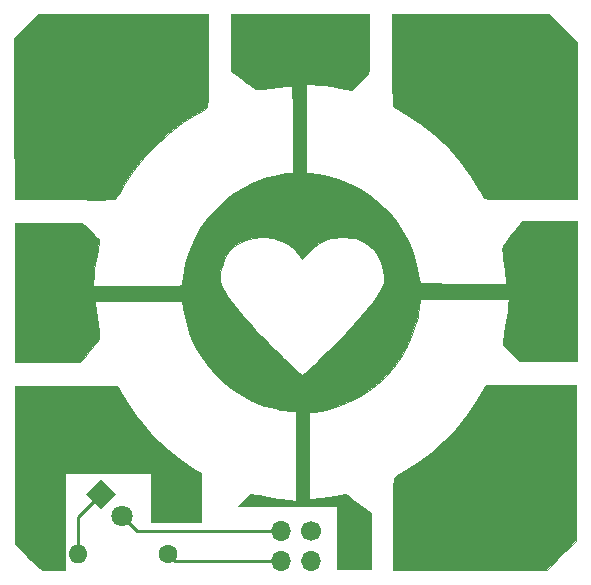
<source format=gbr>
G04 #@! TF.FileFunction,Copper,L1,Top,Signal*
%FSLAX46Y46*%
G04 Gerber Fmt 4.6, Leading zero omitted, Abs format (unit mm)*
G04 Created by KiCad (PCBNEW 4.0.7) date Monday, October 29, 2018 'AMt' 12:55:44 AM*
%MOMM*%
%LPD*%
G01*
G04 APERTURE LIST*
%ADD10C,0.100000*%
%ADD11C,0.010000*%
%ADD12C,1.800000*%
%ADD13C,1.600000*%
%ADD14O,1.600000X1.600000*%
%ADD15C,1.700000*%
%ADD16O,1.700000X1.700000*%
%ADD17C,0.250000*%
G04 APERTURE END LIST*
D10*
D11*
G36*
X145001300Y-136350375D02*
X145068457Y-136454426D01*
X145185737Y-136644500D01*
X145338873Y-136897152D01*
X145513594Y-137188938D01*
X145591639Y-137320315D01*
X146089534Y-138114714D01*
X146609670Y-138847970D01*
X147177690Y-139552742D01*
X147819233Y-140261689D01*
X148236237Y-140688776D01*
X149123078Y-141528033D01*
X150001177Y-142260595D01*
X150891464Y-142903252D01*
X151407295Y-143232659D01*
X152017863Y-143605250D01*
X152018431Y-145684875D01*
X152019000Y-147764500D01*
X147764500Y-147764500D01*
X147764500Y-143637000D01*
X140525500Y-143637000D01*
X140525500Y-151828500D01*
X139588875Y-151826014D01*
X139132184Y-151818971D01*
X138793555Y-151800154D01*
X138564538Y-151768902D01*
X138461750Y-151737872D01*
X138362239Y-151668495D01*
X138190290Y-151522234D01*
X137961647Y-151313601D01*
X137692054Y-151057106D01*
X137397254Y-150767260D01*
X137271125Y-150640501D01*
X136271000Y-149628788D01*
X136271000Y-136207500D01*
X144901071Y-136207500D01*
X145001300Y-136350375D01*
X145001300Y-136350375D01*
G37*
X145001300Y-136350375D02*
X145068457Y-136454426D01*
X145185737Y-136644500D01*
X145338873Y-136897152D01*
X145513594Y-137188938D01*
X145591639Y-137320315D01*
X146089534Y-138114714D01*
X146609670Y-138847970D01*
X147177690Y-139552742D01*
X147819233Y-140261689D01*
X148236237Y-140688776D01*
X149123078Y-141528033D01*
X150001177Y-142260595D01*
X150891464Y-142903252D01*
X151407295Y-143232659D01*
X152017863Y-143605250D01*
X152018431Y-145684875D01*
X152019000Y-147764500D01*
X147764500Y-147764500D01*
X147764500Y-143637000D01*
X140525500Y-143637000D01*
X140525500Y-151828500D01*
X139588875Y-151826014D01*
X139132184Y-151818971D01*
X138793555Y-151800154D01*
X138564538Y-151768902D01*
X138461750Y-151737872D01*
X138362239Y-151668495D01*
X138190290Y-151522234D01*
X137961647Y-151313601D01*
X137692054Y-151057106D01*
X137397254Y-150767260D01*
X137271125Y-150640501D01*
X136271000Y-149628788D01*
X136271000Y-136207500D01*
X144901071Y-136207500D01*
X145001300Y-136350375D01*
G36*
X183769000Y-149313012D02*
X182516965Y-150570756D01*
X181264931Y-151828500D01*
X168275000Y-151828500D01*
X168275000Y-148022633D01*
X168275953Y-147310260D01*
X168278707Y-146640808D01*
X168283105Y-146025044D01*
X168288988Y-145473736D01*
X168296200Y-144997651D01*
X168304581Y-144607556D01*
X168313974Y-144314219D01*
X168324221Y-144128406D01*
X168333024Y-144064150D01*
X168428404Y-143945639D01*
X168637064Y-143786822D01*
X168953357Y-143591946D01*
X168983899Y-143574494D01*
X170272778Y-142772955D01*
X171469386Y-141885496D01*
X172576413Y-140909438D01*
X173596546Y-139842099D01*
X174532472Y-138680800D01*
X175386881Y-137422861D01*
X175735125Y-136842500D01*
X176120321Y-136175750D01*
X179944660Y-136159379D01*
X183769000Y-136143008D01*
X183769000Y-149313012D01*
X183769000Y-149313012D01*
G37*
X183769000Y-149313012D02*
X182516965Y-150570756D01*
X181264931Y-151828500D01*
X168275000Y-151828500D01*
X168275000Y-148022633D01*
X168275953Y-147310260D01*
X168278707Y-146640808D01*
X168283105Y-146025044D01*
X168288988Y-145473736D01*
X168296200Y-144997651D01*
X168304581Y-144607556D01*
X168313974Y-144314219D01*
X168324221Y-144128406D01*
X168333024Y-144064150D01*
X168428404Y-143945639D01*
X168637064Y-143786822D01*
X168953357Y-143591946D01*
X168983899Y-143574494D01*
X170272778Y-142772955D01*
X171469386Y-141885496D01*
X172576413Y-140909438D01*
X173596546Y-139842099D01*
X174532472Y-138680800D01*
X175386881Y-137422861D01*
X175735125Y-136842500D01*
X176120321Y-136175750D01*
X179944660Y-136159379D01*
X183769000Y-136143008D01*
X183769000Y-149313012D01*
G36*
X166243000Y-107159403D02*
X166242238Y-107805732D01*
X166239685Y-108336706D01*
X166234938Y-108763963D01*
X166227593Y-109099143D01*
X166217247Y-109353882D01*
X166203496Y-109539818D01*
X166185938Y-109668590D01*
X166164169Y-109751836D01*
X166152245Y-109778778D01*
X166074622Y-109885558D01*
X165925176Y-110058616D01*
X165723623Y-110276198D01*
X165489679Y-110516551D01*
X165425594Y-110580472D01*
X164789698Y-111210695D01*
X163754224Y-111009406D01*
X163019492Y-110874078D01*
X162394658Y-110775571D01*
X161868532Y-110712400D01*
X161429928Y-110683081D01*
X161275790Y-110680500D01*
X160909000Y-110680500D01*
X160909000Y-118164361D01*
X161274125Y-118204545D01*
X162454621Y-118392599D01*
X163570471Y-118689682D01*
X164621206Y-119095559D01*
X165606359Y-119609997D01*
X166525462Y-120232761D01*
X167378048Y-120963617D01*
X167935491Y-121539919D01*
X168592265Y-122338911D01*
X169141535Y-123158335D01*
X169592047Y-124016696D01*
X169952546Y-124932497D01*
X170231776Y-125924241D01*
X170396012Y-126746000D01*
X170530425Y-127539750D01*
X174196962Y-127556140D01*
X177863500Y-127572531D01*
X177861499Y-127397390D01*
X177852458Y-127283300D01*
X177828355Y-127065072D01*
X177791836Y-126764326D01*
X177745550Y-126402684D01*
X177692145Y-126001768D01*
X177676733Y-125888750D01*
X177616423Y-125444148D01*
X177573142Y-125106930D01*
X177545968Y-124858758D01*
X177533978Y-124681289D01*
X177536251Y-124556185D01*
X177551864Y-124465105D01*
X177579895Y-124389709D01*
X177599359Y-124350056D01*
X177673872Y-124231270D01*
X177810910Y-124036063D01*
X177993325Y-123786913D01*
X178203972Y-123506300D01*
X178425702Y-123216702D01*
X178641370Y-122940601D01*
X178833829Y-122700474D01*
X178985932Y-122518801D01*
X179051238Y-122446637D01*
X179191227Y-122301000D01*
X183832500Y-122301000D01*
X183832500Y-134112000D01*
X178924588Y-134112000D01*
X178264631Y-133462567D01*
X178026106Y-133220595D01*
X177820724Y-132998565D01*
X177666022Y-132816480D01*
X177579535Y-132694339D01*
X177568351Y-132668411D01*
X177568256Y-132563949D01*
X177588949Y-132355823D01*
X177627566Y-132065147D01*
X177681244Y-131713037D01*
X177747120Y-131320605D01*
X177764257Y-131223721D01*
X177838654Y-130790845D01*
X177907228Y-130361266D01*
X177965577Y-129964961D01*
X178009298Y-129631905D01*
X178033988Y-129392074D01*
X178034675Y-129382627D01*
X178072863Y-128841499D01*
X174316931Y-128841499D01*
X173639315Y-128842281D01*
X173000941Y-128844534D01*
X172412866Y-128848116D01*
X171886150Y-128852888D01*
X171431851Y-128858710D01*
X171061029Y-128865441D01*
X170784742Y-128872942D01*
X170614049Y-128881072D01*
X170559760Y-128889125D01*
X170544768Y-129067781D01*
X170509875Y-129336918D01*
X170460667Y-129662602D01*
X170402733Y-130010896D01*
X170341661Y-130347867D01*
X170283038Y-130639580D01*
X170243238Y-130811399D01*
X169914527Y-131848116D01*
X169468735Y-132853700D01*
X168914760Y-133813100D01*
X168261496Y-134711265D01*
X167517842Y-135533144D01*
X167364136Y-135682214D01*
X166521898Y-136399559D01*
X165613963Y-137019078D01*
X164652741Y-137534926D01*
X163650641Y-137941260D01*
X162620073Y-138232239D01*
X161591625Y-138400143D01*
X161163000Y-138444795D01*
X161163000Y-145873267D01*
X161305875Y-145841265D01*
X161408643Y-145822886D01*
X161616841Y-145789244D01*
X161910241Y-145743477D01*
X162268611Y-145688725D01*
X162671723Y-145628126D01*
X162859406Y-145600219D01*
X164270062Y-145391175D01*
X164669156Y-145702042D01*
X164883097Y-145867994D01*
X165160153Y-146081918D01*
X165462530Y-146314673D01*
X165719125Y-146511605D01*
X166370000Y-147010300D01*
X166370000Y-151765000D01*
X163512500Y-151765000D01*
X163512500Y-146367500D01*
X155162250Y-146365584D01*
X155684994Y-145851374D01*
X155921591Y-145623864D01*
X156090821Y-145476472D01*
X156211367Y-145395913D01*
X156301916Y-145368904D01*
X156355967Y-145374367D01*
X156571535Y-145422082D01*
X156883871Y-145482871D01*
X157265365Y-145552154D01*
X157688408Y-145625351D01*
X158125392Y-145697881D01*
X158548708Y-145765165D01*
X158930746Y-145822621D01*
X159243898Y-145865671D01*
X159460554Y-145889733D01*
X159464375Y-145890042D01*
X160020000Y-145934400D01*
X160020000Y-138366500D01*
X159772310Y-138366500D01*
X159501889Y-138348865D01*
X159143057Y-138300313D01*
X158728753Y-138227371D01*
X158291920Y-138136566D01*
X157865499Y-138034426D01*
X157482432Y-137927479D01*
X157359451Y-137888384D01*
X156312769Y-137475441D01*
X155325018Y-136950380D01*
X154399635Y-136315316D01*
X153540056Y-135572366D01*
X153442692Y-135477250D01*
X152665834Y-134625775D01*
X152004518Y-133722186D01*
X151457432Y-132763859D01*
X151023263Y-131748171D01*
X150700699Y-130672500D01*
X150495739Y-129587625D01*
X150418382Y-129031999D01*
X146707313Y-129032000D01*
X142996245Y-129032000D01*
X143031499Y-129238375D01*
X143051330Y-129363165D01*
X143086093Y-129590945D01*
X143132385Y-129899035D01*
X143186801Y-130264756D01*
X143245938Y-130665426D01*
X143256826Y-130739547D01*
X143321186Y-131186740D01*
X143366301Y-131526273D01*
X143393463Y-131775816D01*
X143403964Y-131953039D01*
X143399096Y-132075610D01*
X143380152Y-132161198D01*
X143363632Y-132200047D01*
X143295813Y-132307120D01*
X143165119Y-132491218D01*
X142988340Y-132730461D01*
X142782265Y-133002966D01*
X142563683Y-133286853D01*
X142349384Y-133560239D01*
X142156156Y-133801243D01*
X142000789Y-133987983D01*
X141933191Y-134064375D01*
X141771739Y-134239000D01*
X136271000Y-134239000D01*
X136258300Y-128587500D01*
X136256379Y-127745902D01*
X136254476Y-126936917D01*
X136252617Y-126170068D01*
X136250826Y-125454880D01*
X136249131Y-124800878D01*
X136247555Y-124217586D01*
X136246126Y-123714530D01*
X136244868Y-123301233D01*
X136243808Y-122987220D01*
X136242971Y-122782016D01*
X136242425Y-122697875D01*
X136239250Y-122459750D01*
X141931082Y-122426686D01*
X142599179Y-123046468D01*
X142846849Y-123281837D01*
X143065260Y-123499847D01*
X143234730Y-123680086D01*
X143335576Y-123802139D01*
X143349843Y-123825000D01*
X143384249Y-123915917D01*
X143393697Y-124029763D01*
X143376030Y-124194462D01*
X143329089Y-124437941D01*
X143288108Y-124624010D01*
X143177142Y-125174415D01*
X143072852Y-125799361D01*
X142983019Y-126446396D01*
X142915422Y-127063066D01*
X142900338Y-127238125D01*
X142858601Y-127762000D01*
X146615293Y-127762000D01*
X147433435Y-127761467D01*
X148132531Y-127759758D01*
X148720534Y-127756705D01*
X149205395Y-127752141D01*
X149595063Y-127745900D01*
X149897491Y-127737814D01*
X150120630Y-127727717D01*
X150272430Y-127715441D01*
X150360843Y-127700819D01*
X150393820Y-127683685D01*
X150394195Y-127682625D01*
X150410583Y-127588471D01*
X150436639Y-127399618D01*
X150468159Y-127147606D01*
X150483836Y-127014137D01*
X153607329Y-127014137D01*
X153640660Y-127354802D01*
X153745006Y-127696086D01*
X153926499Y-128065861D01*
X154191274Y-128492000D01*
X154246591Y-128574390D01*
X154549482Y-129008562D01*
X154863305Y-129429724D01*
X155205427Y-129859213D01*
X155593214Y-130318365D01*
X156044033Y-130828518D01*
X156402152Y-131222750D01*
X156697279Y-131539480D01*
X157034643Y-131892464D01*
X157403878Y-132271636D01*
X157794623Y-132666932D01*
X158196512Y-133068284D01*
X158599181Y-133465629D01*
X158992267Y-133848900D01*
X159365405Y-134208032D01*
X159708232Y-134532959D01*
X160010383Y-134813617D01*
X160261495Y-135039939D01*
X160451204Y-135201860D01*
X160569144Y-135289315D01*
X160602003Y-135301623D01*
X160657394Y-135255864D01*
X160792962Y-135133960D01*
X160996639Y-134947057D01*
X161256357Y-134706304D01*
X161560048Y-134422847D01*
X161895643Y-134107833D01*
X161958656Y-134048500D01*
X162783658Y-133257650D01*
X163562076Y-132484239D01*
X164287592Y-131735478D01*
X164953890Y-131018579D01*
X165554649Y-130340754D01*
X166083554Y-129709215D01*
X166534286Y-129131176D01*
X166900528Y-128613846D01*
X167175961Y-128164440D01*
X167267956Y-127987608D01*
X167392290Y-127717958D01*
X167466084Y-127509860D01*
X167501821Y-127314608D01*
X167511983Y-127083495D01*
X167512061Y-127035108D01*
X167452406Y-126369022D01*
X167281394Y-125751525D01*
X167006635Y-125192598D01*
X166635739Y-124702220D01*
X166176314Y-124290369D01*
X165635972Y-123967023D01*
X165022322Y-123742164D01*
X164995584Y-123735159D01*
X164635076Y-123671918D01*
X164202962Y-123641092D01*
X163749940Y-123642798D01*
X163326707Y-123677150D01*
X163033716Y-123730704D01*
X162507315Y-123900396D01*
X162034383Y-124135360D01*
X161584236Y-124454044D01*
X161126196Y-124874893D01*
X161119721Y-124881457D01*
X160536692Y-125473106D01*
X160300564Y-125151435D01*
X159858739Y-124654436D01*
X159335484Y-124249496D01*
X158742318Y-123942134D01*
X158090763Y-123737872D01*
X157392339Y-123642228D01*
X157136467Y-123635438D01*
X156427289Y-123689964D01*
X155787400Y-123849247D01*
X155220517Y-124110465D01*
X154730352Y-124470798D01*
X154320620Y-124927426D01*
X153995036Y-125477526D01*
X153757313Y-126118279D01*
X153729172Y-126223168D01*
X153638878Y-126646217D01*
X153607329Y-127014137D01*
X150483836Y-127014137D01*
X150488241Y-126976645D01*
X150674537Y-125905065D01*
X150983692Y-124853544D01*
X151411975Y-123831975D01*
X151955651Y-122850247D01*
X152168867Y-122523250D01*
X152445450Y-122154236D01*
X152800556Y-121738544D01*
X153208390Y-121301930D01*
X153643156Y-120870148D01*
X154079057Y-120468954D01*
X154490298Y-120124103D01*
X154802958Y-119893324D01*
X155557149Y-119431349D01*
X156361854Y-119025469D01*
X157166235Y-118700823D01*
X157319744Y-118648789D01*
X157678770Y-118540694D01*
X158079877Y-118435496D01*
X158492251Y-118339770D01*
X158885079Y-118260091D01*
X159227548Y-118203036D01*
X159488846Y-118175180D01*
X159546973Y-118173500D01*
X159766000Y-118173500D01*
X159766000Y-114490500D01*
X159765822Y-113713089D01*
X159765098Y-113053107D01*
X159763539Y-112500980D01*
X159760855Y-112047136D01*
X159756759Y-111682003D01*
X159750962Y-111396009D01*
X159743175Y-111179581D01*
X159733109Y-111023148D01*
X159720476Y-110917138D01*
X159704987Y-110851977D01*
X159686354Y-110818095D01*
X159664288Y-110805918D01*
X159654875Y-110804989D01*
X159561552Y-110811869D01*
X159361968Y-110832530D01*
X159075847Y-110864727D01*
X158722912Y-110906215D01*
X158322886Y-110954746D01*
X158130975Y-110978508D01*
X157667533Y-111035387D01*
X157312972Y-111076151D01*
X157050316Y-111101686D01*
X156862591Y-111112880D01*
X156732819Y-111110621D01*
X156644027Y-111095794D01*
X156579237Y-111069286D01*
X156563905Y-111060393D01*
X156465084Y-110992067D01*
X156285357Y-110860109D01*
X156043988Y-110678963D01*
X155760236Y-110463074D01*
X155484304Y-110250821D01*
X154559000Y-109535393D01*
X154559000Y-104711500D01*
X166243000Y-104711500D01*
X166243000Y-107159403D01*
X166243000Y-107159403D01*
G37*
X166243000Y-107159403D02*
X166242238Y-107805732D01*
X166239685Y-108336706D01*
X166234938Y-108763963D01*
X166227593Y-109099143D01*
X166217247Y-109353882D01*
X166203496Y-109539818D01*
X166185938Y-109668590D01*
X166164169Y-109751836D01*
X166152245Y-109778778D01*
X166074622Y-109885558D01*
X165925176Y-110058616D01*
X165723623Y-110276198D01*
X165489679Y-110516551D01*
X165425594Y-110580472D01*
X164789698Y-111210695D01*
X163754224Y-111009406D01*
X163019492Y-110874078D01*
X162394658Y-110775571D01*
X161868532Y-110712400D01*
X161429928Y-110683081D01*
X161275790Y-110680500D01*
X160909000Y-110680500D01*
X160909000Y-118164361D01*
X161274125Y-118204545D01*
X162454621Y-118392599D01*
X163570471Y-118689682D01*
X164621206Y-119095559D01*
X165606359Y-119609997D01*
X166525462Y-120232761D01*
X167378048Y-120963617D01*
X167935491Y-121539919D01*
X168592265Y-122338911D01*
X169141535Y-123158335D01*
X169592047Y-124016696D01*
X169952546Y-124932497D01*
X170231776Y-125924241D01*
X170396012Y-126746000D01*
X170530425Y-127539750D01*
X174196962Y-127556140D01*
X177863500Y-127572531D01*
X177861499Y-127397390D01*
X177852458Y-127283300D01*
X177828355Y-127065072D01*
X177791836Y-126764326D01*
X177745550Y-126402684D01*
X177692145Y-126001768D01*
X177676733Y-125888750D01*
X177616423Y-125444148D01*
X177573142Y-125106930D01*
X177545968Y-124858758D01*
X177533978Y-124681289D01*
X177536251Y-124556185D01*
X177551864Y-124465105D01*
X177579895Y-124389709D01*
X177599359Y-124350056D01*
X177673872Y-124231270D01*
X177810910Y-124036063D01*
X177993325Y-123786913D01*
X178203972Y-123506300D01*
X178425702Y-123216702D01*
X178641370Y-122940601D01*
X178833829Y-122700474D01*
X178985932Y-122518801D01*
X179051238Y-122446637D01*
X179191227Y-122301000D01*
X183832500Y-122301000D01*
X183832500Y-134112000D01*
X178924588Y-134112000D01*
X178264631Y-133462567D01*
X178026106Y-133220595D01*
X177820724Y-132998565D01*
X177666022Y-132816480D01*
X177579535Y-132694339D01*
X177568351Y-132668411D01*
X177568256Y-132563949D01*
X177588949Y-132355823D01*
X177627566Y-132065147D01*
X177681244Y-131713037D01*
X177747120Y-131320605D01*
X177764257Y-131223721D01*
X177838654Y-130790845D01*
X177907228Y-130361266D01*
X177965577Y-129964961D01*
X178009298Y-129631905D01*
X178033988Y-129392074D01*
X178034675Y-129382627D01*
X178072863Y-128841499D01*
X174316931Y-128841499D01*
X173639315Y-128842281D01*
X173000941Y-128844534D01*
X172412866Y-128848116D01*
X171886150Y-128852888D01*
X171431851Y-128858710D01*
X171061029Y-128865441D01*
X170784742Y-128872942D01*
X170614049Y-128881072D01*
X170559760Y-128889125D01*
X170544768Y-129067781D01*
X170509875Y-129336918D01*
X170460667Y-129662602D01*
X170402733Y-130010896D01*
X170341661Y-130347867D01*
X170283038Y-130639580D01*
X170243238Y-130811399D01*
X169914527Y-131848116D01*
X169468735Y-132853700D01*
X168914760Y-133813100D01*
X168261496Y-134711265D01*
X167517842Y-135533144D01*
X167364136Y-135682214D01*
X166521898Y-136399559D01*
X165613963Y-137019078D01*
X164652741Y-137534926D01*
X163650641Y-137941260D01*
X162620073Y-138232239D01*
X161591625Y-138400143D01*
X161163000Y-138444795D01*
X161163000Y-145873267D01*
X161305875Y-145841265D01*
X161408643Y-145822886D01*
X161616841Y-145789244D01*
X161910241Y-145743477D01*
X162268611Y-145688725D01*
X162671723Y-145628126D01*
X162859406Y-145600219D01*
X164270062Y-145391175D01*
X164669156Y-145702042D01*
X164883097Y-145867994D01*
X165160153Y-146081918D01*
X165462530Y-146314673D01*
X165719125Y-146511605D01*
X166370000Y-147010300D01*
X166370000Y-151765000D01*
X163512500Y-151765000D01*
X163512500Y-146367500D01*
X155162250Y-146365584D01*
X155684994Y-145851374D01*
X155921591Y-145623864D01*
X156090821Y-145476472D01*
X156211367Y-145395913D01*
X156301916Y-145368904D01*
X156355967Y-145374367D01*
X156571535Y-145422082D01*
X156883871Y-145482871D01*
X157265365Y-145552154D01*
X157688408Y-145625351D01*
X158125392Y-145697881D01*
X158548708Y-145765165D01*
X158930746Y-145822621D01*
X159243898Y-145865671D01*
X159460554Y-145889733D01*
X159464375Y-145890042D01*
X160020000Y-145934400D01*
X160020000Y-138366500D01*
X159772310Y-138366500D01*
X159501889Y-138348865D01*
X159143057Y-138300313D01*
X158728753Y-138227371D01*
X158291920Y-138136566D01*
X157865499Y-138034426D01*
X157482432Y-137927479D01*
X157359451Y-137888384D01*
X156312769Y-137475441D01*
X155325018Y-136950380D01*
X154399635Y-136315316D01*
X153540056Y-135572366D01*
X153442692Y-135477250D01*
X152665834Y-134625775D01*
X152004518Y-133722186D01*
X151457432Y-132763859D01*
X151023263Y-131748171D01*
X150700699Y-130672500D01*
X150495739Y-129587625D01*
X150418382Y-129031999D01*
X146707313Y-129032000D01*
X142996245Y-129032000D01*
X143031499Y-129238375D01*
X143051330Y-129363165D01*
X143086093Y-129590945D01*
X143132385Y-129899035D01*
X143186801Y-130264756D01*
X143245938Y-130665426D01*
X143256826Y-130739547D01*
X143321186Y-131186740D01*
X143366301Y-131526273D01*
X143393463Y-131775816D01*
X143403964Y-131953039D01*
X143399096Y-132075610D01*
X143380152Y-132161198D01*
X143363632Y-132200047D01*
X143295813Y-132307120D01*
X143165119Y-132491218D01*
X142988340Y-132730461D01*
X142782265Y-133002966D01*
X142563683Y-133286853D01*
X142349384Y-133560239D01*
X142156156Y-133801243D01*
X142000789Y-133987983D01*
X141933191Y-134064375D01*
X141771739Y-134239000D01*
X136271000Y-134239000D01*
X136258300Y-128587500D01*
X136256379Y-127745902D01*
X136254476Y-126936917D01*
X136252617Y-126170068D01*
X136250826Y-125454880D01*
X136249131Y-124800878D01*
X136247555Y-124217586D01*
X136246126Y-123714530D01*
X136244868Y-123301233D01*
X136243808Y-122987220D01*
X136242971Y-122782016D01*
X136242425Y-122697875D01*
X136239250Y-122459750D01*
X141931082Y-122426686D01*
X142599179Y-123046468D01*
X142846849Y-123281837D01*
X143065260Y-123499847D01*
X143234730Y-123680086D01*
X143335576Y-123802139D01*
X143349843Y-123825000D01*
X143384249Y-123915917D01*
X143393697Y-124029763D01*
X143376030Y-124194462D01*
X143329089Y-124437941D01*
X143288108Y-124624010D01*
X143177142Y-125174415D01*
X143072852Y-125799361D01*
X142983019Y-126446396D01*
X142915422Y-127063066D01*
X142900338Y-127238125D01*
X142858601Y-127762000D01*
X146615293Y-127762000D01*
X147433435Y-127761467D01*
X148132531Y-127759758D01*
X148720534Y-127756705D01*
X149205395Y-127752141D01*
X149595063Y-127745900D01*
X149897491Y-127737814D01*
X150120630Y-127727717D01*
X150272430Y-127715441D01*
X150360843Y-127700819D01*
X150393820Y-127683685D01*
X150394195Y-127682625D01*
X150410583Y-127588471D01*
X150436639Y-127399618D01*
X150468159Y-127147606D01*
X150483836Y-127014137D01*
X153607329Y-127014137D01*
X153640660Y-127354802D01*
X153745006Y-127696086D01*
X153926499Y-128065861D01*
X154191274Y-128492000D01*
X154246591Y-128574390D01*
X154549482Y-129008562D01*
X154863305Y-129429724D01*
X155205427Y-129859213D01*
X155593214Y-130318365D01*
X156044033Y-130828518D01*
X156402152Y-131222750D01*
X156697279Y-131539480D01*
X157034643Y-131892464D01*
X157403878Y-132271636D01*
X157794623Y-132666932D01*
X158196512Y-133068284D01*
X158599181Y-133465629D01*
X158992267Y-133848900D01*
X159365405Y-134208032D01*
X159708232Y-134532959D01*
X160010383Y-134813617D01*
X160261495Y-135039939D01*
X160451204Y-135201860D01*
X160569144Y-135289315D01*
X160602003Y-135301623D01*
X160657394Y-135255864D01*
X160792962Y-135133960D01*
X160996639Y-134947057D01*
X161256357Y-134706304D01*
X161560048Y-134422847D01*
X161895643Y-134107833D01*
X161958656Y-134048500D01*
X162783658Y-133257650D01*
X163562076Y-132484239D01*
X164287592Y-131735478D01*
X164953890Y-131018579D01*
X165554649Y-130340754D01*
X166083554Y-129709215D01*
X166534286Y-129131176D01*
X166900528Y-128613846D01*
X167175961Y-128164440D01*
X167267956Y-127987608D01*
X167392290Y-127717958D01*
X167466084Y-127509860D01*
X167501821Y-127314608D01*
X167511983Y-127083495D01*
X167512061Y-127035108D01*
X167452406Y-126369022D01*
X167281394Y-125751525D01*
X167006635Y-125192598D01*
X166635739Y-124702220D01*
X166176314Y-124290369D01*
X165635972Y-123967023D01*
X165022322Y-123742164D01*
X164995584Y-123735159D01*
X164635076Y-123671918D01*
X164202962Y-123641092D01*
X163749940Y-123642798D01*
X163326707Y-123677150D01*
X163033716Y-123730704D01*
X162507315Y-123900396D01*
X162034383Y-124135360D01*
X161584236Y-124454044D01*
X161126196Y-124874893D01*
X161119721Y-124881457D01*
X160536692Y-125473106D01*
X160300564Y-125151435D01*
X159858739Y-124654436D01*
X159335484Y-124249496D01*
X158742318Y-123942134D01*
X158090763Y-123737872D01*
X157392339Y-123642228D01*
X157136467Y-123635438D01*
X156427289Y-123689964D01*
X155787400Y-123849247D01*
X155220517Y-124110465D01*
X154730352Y-124470798D01*
X154320620Y-124927426D01*
X153995036Y-125477526D01*
X153757313Y-126118279D01*
X153729172Y-126223168D01*
X153638878Y-126646217D01*
X153607329Y-127014137D01*
X150483836Y-127014137D01*
X150488241Y-126976645D01*
X150674537Y-125905065D01*
X150983692Y-124853544D01*
X151411975Y-123831975D01*
X151955651Y-122850247D01*
X152168867Y-122523250D01*
X152445450Y-122154236D01*
X152800556Y-121738544D01*
X153208390Y-121301930D01*
X153643156Y-120870148D01*
X154079057Y-120468954D01*
X154490298Y-120124103D01*
X154802958Y-119893324D01*
X155557149Y-119431349D01*
X156361854Y-119025469D01*
X157166235Y-118700823D01*
X157319744Y-118648789D01*
X157678770Y-118540694D01*
X158079877Y-118435496D01*
X158492251Y-118339770D01*
X158885079Y-118260091D01*
X159227548Y-118203036D01*
X159488846Y-118175180D01*
X159546973Y-118173500D01*
X159766000Y-118173500D01*
X159766000Y-114490500D01*
X159765822Y-113713089D01*
X159765098Y-113053107D01*
X159763539Y-112500980D01*
X159760855Y-112047136D01*
X159756759Y-111682003D01*
X159750962Y-111396009D01*
X159743175Y-111179581D01*
X159733109Y-111023148D01*
X159720476Y-110917138D01*
X159704987Y-110851977D01*
X159686354Y-110818095D01*
X159664288Y-110805918D01*
X159654875Y-110804989D01*
X159561552Y-110811869D01*
X159361968Y-110832530D01*
X159075847Y-110864727D01*
X158722912Y-110906215D01*
X158322886Y-110954746D01*
X158130975Y-110978508D01*
X157667533Y-111035387D01*
X157312972Y-111076151D01*
X157050316Y-111101686D01*
X156862591Y-111112880D01*
X156732819Y-111110621D01*
X156644027Y-111095794D01*
X156579237Y-111069286D01*
X156563905Y-111060393D01*
X156465084Y-110992067D01*
X156285357Y-110860109D01*
X156043988Y-110678963D01*
X155760236Y-110463074D01*
X155484304Y-110250821D01*
X154559000Y-109535393D01*
X154559000Y-104711500D01*
X166243000Y-104711500D01*
X166243000Y-107159403D01*
G36*
X152589527Y-108632625D02*
X152588618Y-109327731D01*
X152586331Y-109985670D01*
X152582799Y-110595369D01*
X152578153Y-111145754D01*
X152572527Y-111625752D01*
X152566051Y-112024289D01*
X152558858Y-112330292D01*
X152551080Y-112532688D01*
X152542850Y-112620403D01*
X152541902Y-112622606D01*
X152471493Y-112678979D01*
X152313061Y-112783029D01*
X152089399Y-112920399D01*
X151823302Y-113076731D01*
X151796750Y-113091987D01*
X150517011Y-113897335D01*
X149323192Y-114796070D01*
X148216801Y-115786692D01*
X147199346Y-116867699D01*
X146272337Y-118037590D01*
X145437281Y-119294864D01*
X145256129Y-119600121D01*
X145030837Y-119971425D01*
X144852750Y-120227719D01*
X144720245Y-120371228D01*
X144671323Y-120401104D01*
X144570322Y-120415441D01*
X144359677Y-120427486D01*
X144056729Y-120436871D01*
X143678818Y-120443227D01*
X143243285Y-120446185D01*
X142767472Y-120445377D01*
X142632741Y-120444452D01*
X142077282Y-120440032D01*
X141430489Y-120434906D01*
X140728022Y-120429356D01*
X140005542Y-120423664D01*
X139298712Y-120418110D01*
X138643192Y-120412977D01*
X138493500Y-120411807D01*
X136239250Y-120394210D01*
X136214687Y-113583157D01*
X136190126Y-106772104D01*
X138232414Y-104711500D01*
X152590500Y-104711500D01*
X152589527Y-108632625D01*
X152589527Y-108632625D01*
G37*
X152589527Y-108632625D02*
X152588618Y-109327731D01*
X152586331Y-109985670D01*
X152582799Y-110595369D01*
X152578153Y-111145754D01*
X152572527Y-111625752D01*
X152566051Y-112024289D01*
X152558858Y-112330292D01*
X152551080Y-112532688D01*
X152542850Y-112620403D01*
X152541902Y-112622606D01*
X152471493Y-112678979D01*
X152313061Y-112783029D01*
X152089399Y-112920399D01*
X151823302Y-113076731D01*
X151796750Y-113091987D01*
X150517011Y-113897335D01*
X149323192Y-114796070D01*
X148216801Y-115786692D01*
X147199346Y-116867699D01*
X146272337Y-118037590D01*
X145437281Y-119294864D01*
X145256129Y-119600121D01*
X145030837Y-119971425D01*
X144852750Y-120227719D01*
X144720245Y-120371228D01*
X144671323Y-120401104D01*
X144570322Y-120415441D01*
X144359677Y-120427486D01*
X144056729Y-120436871D01*
X143678818Y-120443227D01*
X143243285Y-120446185D01*
X142767472Y-120445377D01*
X142632741Y-120444452D01*
X142077282Y-120440032D01*
X141430489Y-120434906D01*
X140728022Y-120429356D01*
X140005542Y-120423664D01*
X139298712Y-120418110D01*
X138643192Y-120412977D01*
X138493500Y-120411807D01*
X136239250Y-120394210D01*
X136214687Y-113583157D01*
X136190126Y-106772104D01*
X138232414Y-104711500D01*
X152590500Y-104711500D01*
X152589527Y-108632625D01*
G36*
X182642501Y-105902735D02*
X183832500Y-107093971D01*
X183832500Y-120396000D01*
X179974875Y-120395027D01*
X179285516Y-120394105D01*
X178633385Y-120391783D01*
X178029649Y-120388197D01*
X177485476Y-120383483D01*
X177012036Y-120377776D01*
X176620496Y-120371211D01*
X176322025Y-120363924D01*
X176127792Y-120356051D01*
X176048964Y-120347726D01*
X176048393Y-120347402D01*
X175992020Y-120276993D01*
X175887970Y-120118561D01*
X175750600Y-119894899D01*
X175594268Y-119628802D01*
X175579012Y-119602250D01*
X174777505Y-118328705D01*
X173880680Y-117134896D01*
X172893697Y-116026005D01*
X171821716Y-115007213D01*
X170669898Y-114083700D01*
X169443402Y-113260649D01*
X169005250Y-113001732D01*
X168744447Y-112847956D01*
X168520635Y-112707097D01*
X168359678Y-112595995D01*
X168290875Y-112536610D01*
X168273643Y-112486831D01*
X168258893Y-112380074D01*
X168246471Y-112208526D01*
X168236217Y-111964373D01*
X168227977Y-111639800D01*
X168221594Y-111226994D01*
X168216912Y-110718140D01*
X168213773Y-110105424D01*
X168212021Y-109381032D01*
X168211500Y-108572863D01*
X168211500Y-104711500D01*
X181452503Y-104711500D01*
X182642501Y-105902735D01*
X182642501Y-105902735D01*
G37*
X182642501Y-105902735D02*
X183832500Y-107093971D01*
X183832500Y-120396000D01*
X179974875Y-120395027D01*
X179285516Y-120394105D01*
X178633385Y-120391783D01*
X178029649Y-120388197D01*
X177485476Y-120383483D01*
X177012036Y-120377776D01*
X176620496Y-120371211D01*
X176322025Y-120363924D01*
X176127792Y-120356051D01*
X176048964Y-120347726D01*
X176048393Y-120347402D01*
X175992020Y-120276993D01*
X175887970Y-120118561D01*
X175750600Y-119894899D01*
X175594268Y-119628802D01*
X175579012Y-119602250D01*
X174777505Y-118328705D01*
X173880680Y-117134896D01*
X172893697Y-116026005D01*
X171821716Y-115007213D01*
X170669898Y-114083700D01*
X169443402Y-113260649D01*
X169005250Y-113001732D01*
X168744447Y-112847956D01*
X168520635Y-112707097D01*
X168359678Y-112595995D01*
X168290875Y-112536610D01*
X168273643Y-112486831D01*
X168258893Y-112380074D01*
X168246471Y-112208526D01*
X168236217Y-111964373D01*
X168227977Y-111639800D01*
X168221594Y-111226994D01*
X168216912Y-110718140D01*
X168213773Y-110105424D01*
X168212021Y-109381032D01*
X168211500Y-108572863D01*
X168211500Y-104711500D01*
X181452503Y-104711500D01*
X182642501Y-105902735D01*
D10*
G36*
X142237208Y-145415000D02*
X143510000Y-144142208D01*
X144782792Y-145415000D01*
X143510000Y-146687792D01*
X142237208Y-145415000D01*
X142237208Y-145415000D01*
G37*
D12*
X145306051Y-147211051D03*
D13*
X149225000Y-150495000D03*
D14*
X141605000Y-150495000D03*
D15*
X161290000Y-148510000D03*
D16*
X161290000Y-151050000D03*
X158750000Y-148510000D03*
X158750000Y-151050000D03*
D17*
X141605000Y-150495000D02*
X141605000Y-147320000D01*
X141605000Y-147320000D02*
X143510000Y-145415000D01*
X158750000Y-148510000D02*
X146605000Y-148510000D01*
X146605000Y-148510000D02*
X145306051Y-147211051D01*
X158750000Y-151050000D02*
X149780000Y-151050000D01*
X149780000Y-151050000D02*
X149225000Y-150495000D01*
M02*

</source>
